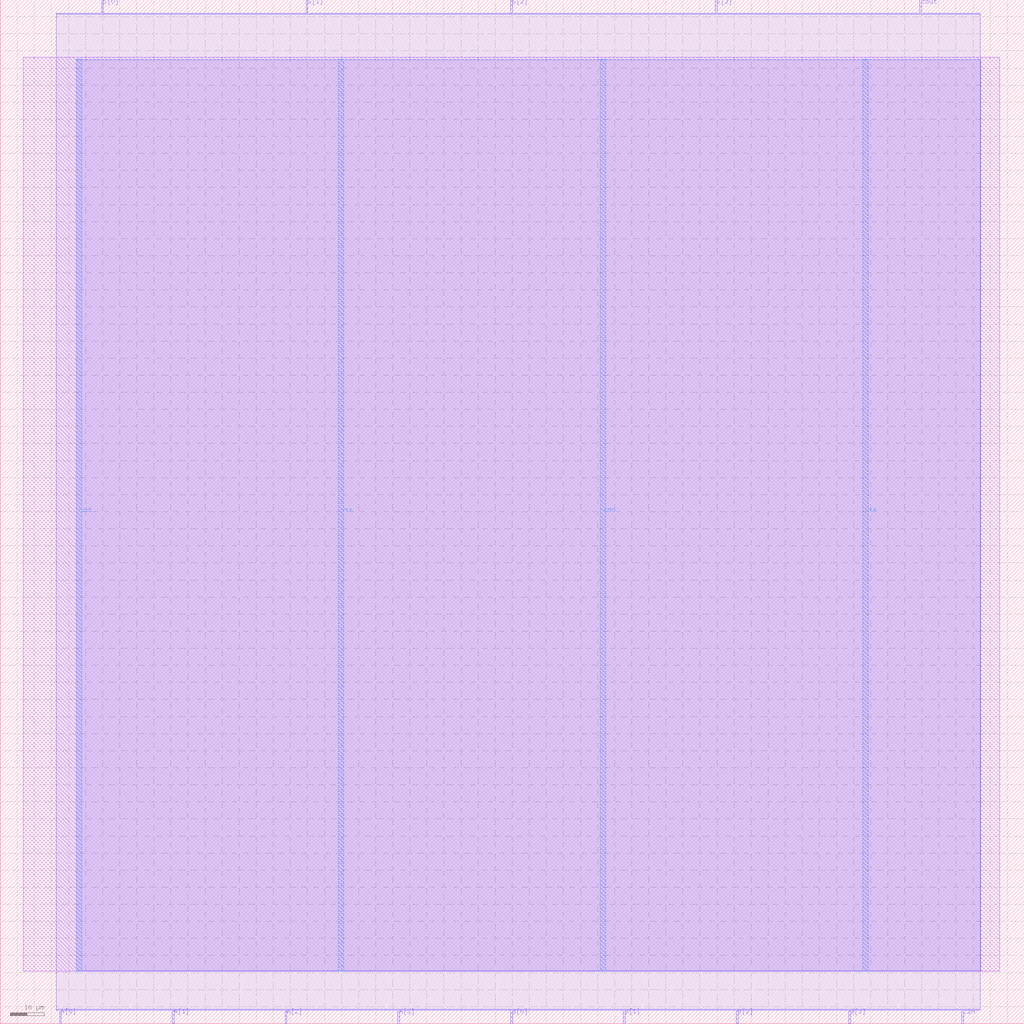
<source format=lef>
VERSION 5.7 ;
  NOWIREEXTENSIONATPIN ON ;
  DIVIDERCHAR "/" ;
  BUSBITCHARS "[]" ;
MACRO cla
  CLASS BLOCK ;
  FOREIGN cla ;
  ORIGIN 0.000 0.000 ;
  SIZE 300.000 BY 300.000 ;
  PIN A[0]
    DIRECTION INPUT ;
    USE SIGNAL ;
    PORT
      LAYER Metal2 ;
        RECT 17.360 0.000 17.920 4.000 ;
    END
  END A[0]
  PIN A[1]
    DIRECTION INPUT ;
    USE SIGNAL ;
    PORT
      LAYER Metal2 ;
        RECT 50.400 0.000 50.960 4.000 ;
    END
  END A[1]
  PIN A[2]
    DIRECTION INPUT ;
    USE SIGNAL ;
    PORT
      LAYER Metal2 ;
        RECT 83.440 0.000 84.000 4.000 ;
    END
  END A[2]
  PIN A[3]
    DIRECTION INPUT ;
    USE SIGNAL ;
    PORT
      LAYER Metal2 ;
        RECT 116.480 0.000 117.040 4.000 ;
    END
  END A[3]
  PIN B[0]
    DIRECTION INPUT ;
    USE SIGNAL ;
    PORT
      LAYER Metal2 ;
        RECT 149.520 0.000 150.080 4.000 ;
    END
  END B[0]
  PIN B[1]
    DIRECTION INPUT ;
    USE SIGNAL ;
    PORT
      LAYER Metal2 ;
        RECT 182.560 0.000 183.120 4.000 ;
    END
  END B[1]
  PIN B[2]
    DIRECTION INPUT ;
    USE SIGNAL ;
    PORT
      LAYER Metal2 ;
        RECT 215.600 0.000 216.160 4.000 ;
    END
  END B[2]
  PIN B[3]
    DIRECTION INPUT ;
    USE SIGNAL ;
    PORT
      LAYER Metal2 ;
        RECT 248.640 0.000 249.200 4.000 ;
    END
  END B[3]
  PIN S[0]
    DIRECTION OUTPUT TRISTATE ;
    USE SIGNAL ;
    PORT
      LAYER Metal2 ;
        RECT 29.680 296.000 30.240 300.000 ;
    END
  END S[0]
  PIN S[1]
    DIRECTION OUTPUT TRISTATE ;
    USE SIGNAL ;
    PORT
      LAYER Metal2 ;
        RECT 89.600 296.000 90.160 300.000 ;
    END
  END S[1]
  PIN S[2]
    DIRECTION OUTPUT TRISTATE ;
    USE SIGNAL ;
    PORT
      LAYER Metal2 ;
        RECT 149.520 296.000 150.080 300.000 ;
    END
  END S[2]
  PIN S[3]
    DIRECTION OUTPUT TRISTATE ;
    USE SIGNAL ;
    PORT
      LAYER Metal2 ;
        RECT 209.440 296.000 210.000 300.000 ;
    END
  END S[3]
  PIN cin
    DIRECTION INPUT ;
    USE SIGNAL ;
    PORT
      LAYER Metal2 ;
        RECT 281.680 0.000 282.240 4.000 ;
    END
  END cin
  PIN cout
    DIRECTION OUTPUT TRISTATE ;
    USE SIGNAL ;
    PORT
      LAYER Metal2 ;
        RECT 269.360 296.000 269.920 300.000 ;
    END
  END cout
  PIN vdd
    DIRECTION INOUT ;
    USE POWER ;
    PORT
      LAYER Metal4 ;
        RECT 22.240 15.380 23.840 282.540 ;
    END
    PORT
      LAYER Metal4 ;
        RECT 175.840 15.380 177.440 282.540 ;
    END
  END vdd
  PIN vss
    DIRECTION INOUT ;
    USE GROUND ;
    PORT
      LAYER Metal4 ;
        RECT 99.040 15.380 100.640 282.540 ;
    END
    PORT
      LAYER Metal4 ;
        RECT 252.640 15.380 254.240 282.540 ;
    END
  END vss
  OBS
      LAYER Metal1 ;
        RECT 6.720 15.380 292.880 283.210 ;
      LAYER Metal2 ;
        RECT 16.380 295.700 29.380 296.000 ;
        RECT 30.540 295.700 89.300 296.000 ;
        RECT 90.460 295.700 149.220 296.000 ;
        RECT 150.380 295.700 209.140 296.000 ;
        RECT 210.300 295.700 269.060 296.000 ;
        RECT 270.220 295.700 287.140 296.000 ;
        RECT 16.380 4.300 287.140 295.700 ;
        RECT 16.380 4.000 17.060 4.300 ;
        RECT 18.220 4.000 50.100 4.300 ;
        RECT 51.260 4.000 83.140 4.300 ;
        RECT 84.300 4.000 116.180 4.300 ;
        RECT 117.340 4.000 149.220 4.300 ;
        RECT 150.380 4.000 182.260 4.300 ;
        RECT 183.420 4.000 215.300 4.300 ;
        RECT 216.460 4.000 248.340 4.300 ;
        RECT 249.500 4.000 281.380 4.300 ;
        RECT 282.540 4.000 287.140 4.300 ;
      LAYER Metal3 ;
        RECT 22.330 15.540 287.190 282.380 ;
  END
END cla
END LIBRARY


</source>
